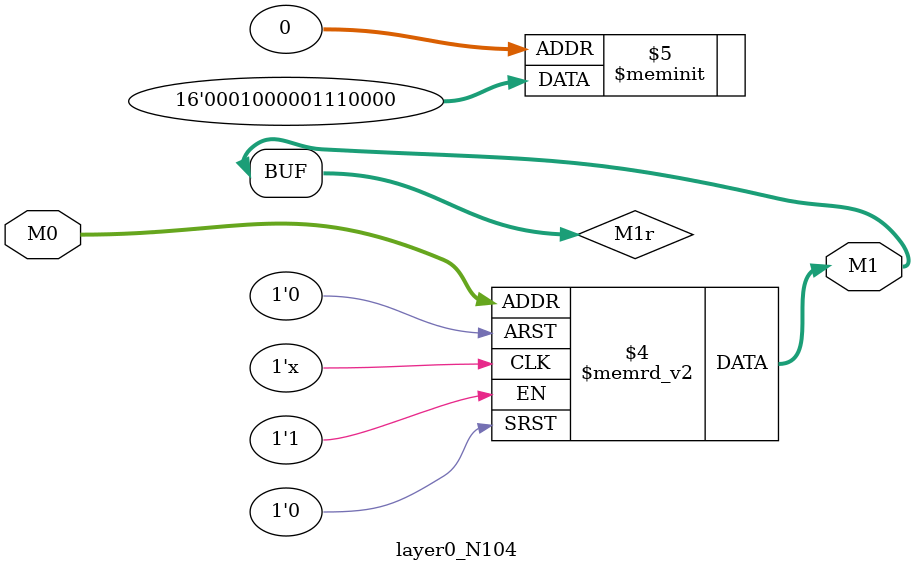
<source format=v>
module layer0_N104 ( input [2:0] M0, output [1:0] M1 );

	(*rom_style = "distributed" *) reg [1:0] M1r;
	assign M1 = M1r;
	always @ (M0) begin
		case (M0)
			3'b000: M1r = 2'b00;
			3'b100: M1r = 2'b00;
			3'b010: M1r = 2'b11;
			3'b110: M1r = 2'b01;
			3'b001: M1r = 2'b00;
			3'b101: M1r = 2'b00;
			3'b011: M1r = 2'b01;
			3'b111: M1r = 2'b00;

		endcase
	end
endmodule

</source>
